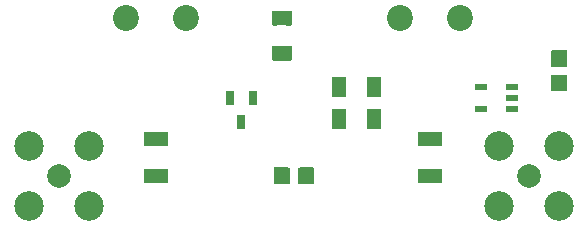
<source format=gtp>
G04 #@! TF.GenerationSoftware,KiCad,Pcbnew,(6.0.7)*
G04 #@! TF.CreationDate,2022-10-20T22:45:04-03:00*
G04 #@! TF.ProjectId,BIAS-T,42494153-2d54-42e6-9b69-6361645f7063,rev?*
G04 #@! TF.SameCoordinates,Original*
G04 #@! TF.FileFunction,Paste,Top*
G04 #@! TF.FilePolarity,Positive*
%FSLAX46Y46*%
G04 Gerber Fmt 4.6, Leading zero omitted, Abs format (unit mm)*
G04 Created by KiCad (PCBNEW (6.0.7)) date 2022-10-20 22:45:04*
%MOMM*%
%LPD*%
G01*
G04 APERTURE LIST*
%ADD10R,0.700000X1.250000*%
%ADD11R,1.701000X1.208000*%
%ADD12R,1.410000X1.350000*%
%ADD13C,2.000000*%
%ADD14C,2.500000*%
%ADD15R,1.000000X0.600000*%
%ADD16R,1.350000X1.410000*%
%ADD17R,1.208000X1.701000*%
%ADD18C,2.200000*%
%ADD19R,2.000000X1.200000*%
G04 APERTURE END LIST*
G36*
X149948000Y-90701000D02*
G01*
X149948000Y-91709000D01*
X149848000Y-91809000D01*
X149487000Y-91809000D01*
X149387000Y-91709000D01*
X149387000Y-91498000D01*
X149287000Y-91398000D01*
X148909000Y-91398000D01*
X148809000Y-91498000D01*
X148809000Y-91709000D01*
X148709000Y-91809000D01*
X148348000Y-91809000D01*
X148248000Y-91709000D01*
X148248000Y-90701000D01*
X148348000Y-90601000D01*
X149848000Y-90601000D01*
X149948000Y-90701000D01*
G37*
G36*
X148809000Y-93659000D02*
G01*
X148809000Y-93870000D01*
X148909000Y-93970000D01*
X149287000Y-93970000D01*
X149387000Y-93870000D01*
X149387000Y-93659000D01*
X149487000Y-93559000D01*
X149848000Y-93559000D01*
X149948000Y-93659000D01*
X149948000Y-94667000D01*
X149848000Y-94767000D01*
X148348000Y-94767000D01*
X148248000Y-94667000D01*
X148248000Y-93659000D01*
X148348000Y-93559000D01*
X148709000Y-93559000D01*
X148809000Y-93659000D01*
G37*
G36*
X149670000Y-103861000D02*
G01*
X149675000Y-104271000D01*
X149225000Y-104271000D01*
X149225000Y-104721000D01*
X149665000Y-104721000D01*
X149670000Y-105141000D01*
X149620000Y-105191000D01*
X148470000Y-105191000D01*
X148420000Y-105141000D01*
X148420000Y-103861000D01*
X148470000Y-103811000D01*
X149620000Y-103811000D01*
X149670000Y-103861000D01*
G37*
G36*
X151820000Y-103861000D02*
G01*
X151820000Y-105141000D01*
X151770000Y-105191000D01*
X150620000Y-105191000D01*
X150570000Y-105141000D01*
X150570000Y-104721000D01*
X151015000Y-104721000D01*
X151015000Y-104271000D01*
X150575000Y-104271000D01*
X150570000Y-103861000D01*
X150620000Y-103811000D01*
X151770000Y-103811000D01*
X151820000Y-103861000D01*
G37*
G36*
X172343000Y-96501000D02*
G01*
X172793000Y-96501000D01*
X172793000Y-96061000D01*
X173213000Y-96056000D01*
X173263000Y-96106000D01*
X173263000Y-97256000D01*
X173213000Y-97306000D01*
X171933000Y-97306000D01*
X171883000Y-97256000D01*
X171883000Y-96106000D01*
X171933000Y-96056000D01*
X172343000Y-96051000D01*
X172343000Y-96501000D01*
G37*
G36*
X173263000Y-93956000D02*
G01*
X173263000Y-95106000D01*
X173213000Y-95156000D01*
X172793000Y-95156000D01*
X172793000Y-94711000D01*
X172343000Y-94711000D01*
X172343000Y-95151000D01*
X171933000Y-95156000D01*
X171883000Y-95106000D01*
X171883000Y-93956000D01*
X171933000Y-93906000D01*
X173213000Y-93906000D01*
X173263000Y-93956000D01*
G37*
G36*
X154528000Y-96278000D02*
G01*
X154528000Y-96639000D01*
X154428000Y-96739000D01*
X154217000Y-96739000D01*
X154117000Y-96839000D01*
X154117000Y-97217000D01*
X154217000Y-97317000D01*
X154428000Y-97317000D01*
X154528000Y-97417000D01*
X154528000Y-97778000D01*
X154428000Y-97878000D01*
X153420000Y-97878000D01*
X153320000Y-97778000D01*
X153320000Y-96278000D01*
X153420000Y-96178000D01*
X154428000Y-96178000D01*
X154528000Y-96278000D01*
G37*
G36*
X157486000Y-96278000D02*
G01*
X157486000Y-97778000D01*
X157386000Y-97878000D01*
X156378000Y-97878000D01*
X156278000Y-97778000D01*
X156278000Y-97417000D01*
X156378000Y-97317000D01*
X156589000Y-97317000D01*
X156689000Y-97217000D01*
X156689000Y-96839000D01*
X156589000Y-96739000D01*
X156378000Y-96739000D01*
X156278000Y-96639000D01*
X156278000Y-96278000D01*
X156378000Y-96178000D01*
X157386000Y-96178000D01*
X157486000Y-96278000D01*
G37*
G36*
X154528000Y-98945000D02*
G01*
X154528000Y-99306000D01*
X154428000Y-99406000D01*
X154217000Y-99406000D01*
X154117000Y-99506000D01*
X154117000Y-99884000D01*
X154217000Y-99984000D01*
X154428000Y-99984000D01*
X154528000Y-100084000D01*
X154528000Y-100445000D01*
X154428000Y-100545000D01*
X153420000Y-100545000D01*
X153320000Y-100445000D01*
X153320000Y-98945000D01*
X153420000Y-98845000D01*
X154428000Y-98845000D01*
X154528000Y-98945000D01*
G37*
G36*
X157486000Y-98945000D02*
G01*
X157486000Y-100445000D01*
X157386000Y-100545000D01*
X156378000Y-100545000D01*
X156278000Y-100445000D01*
X156278000Y-100084000D01*
X156378000Y-99984000D01*
X156589000Y-99984000D01*
X156689000Y-99884000D01*
X156689000Y-99506000D01*
X156589000Y-99406000D01*
X156378000Y-99406000D01*
X156278000Y-99306000D01*
X156278000Y-98945000D01*
X156378000Y-98845000D01*
X157386000Y-98845000D01*
X157486000Y-98945000D01*
G37*
D10*
X146619000Y-97933000D03*
X144719000Y-97933000D03*
X145669000Y-99933000D03*
D11*
X149098000Y-91205000D03*
X149098000Y-94163000D03*
D12*
X149065000Y-104521000D03*
X151125000Y-104521000D03*
D13*
X130216500Y-104521000D03*
D14*
X127666500Y-101971000D03*
X127666500Y-107071000D03*
X132766500Y-107071000D03*
X132766500Y-101971000D03*
D15*
X168559000Y-98867000D03*
X168559000Y-97917000D03*
X168559000Y-96967000D03*
X165959000Y-96967000D03*
X165959000Y-98867000D03*
D16*
X172593000Y-96661000D03*
X172593000Y-94601000D03*
D17*
X156882000Y-97028000D03*
X153924000Y-97028000D03*
D18*
X140970000Y-91205000D03*
X135890000Y-91205000D03*
D17*
X153924000Y-99695000D03*
X156882000Y-99695000D03*
D13*
X170011500Y-104521000D03*
D14*
X172561500Y-107071000D03*
X172561500Y-101971000D03*
X167461500Y-101971000D03*
X167461500Y-107071000D03*
D19*
X138430000Y-101397000D03*
X138430000Y-104521000D03*
X161671000Y-101397000D03*
X161671000Y-104521000D03*
D18*
X164211000Y-91205000D03*
X159131000Y-91205000D03*
M02*

</source>
